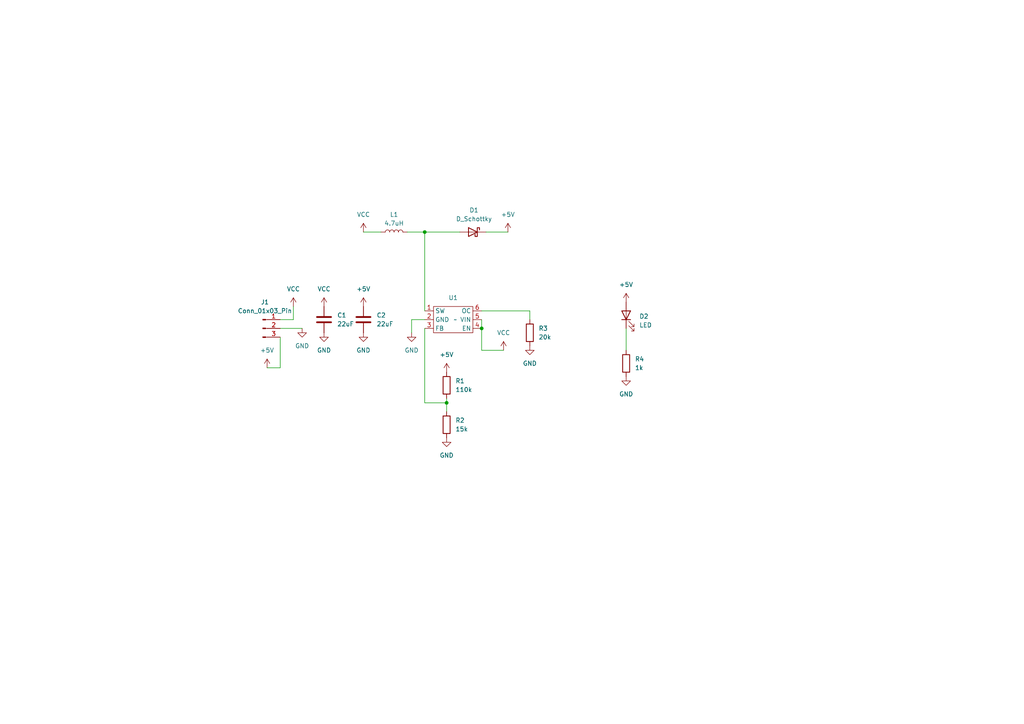
<source format=kicad_sch>
(kicad_sch (version 20230121) (generator eeschema)
  (paper "A4")
  (lib_symbols
    (symbol "Connector:Conn_01x03_Pin" (pin_names (offset 1.016) hide)
      (property "Reference" "J" (at 0 5.08 0))
      (property "Value" "Conn_01x03_Pin" (at 0 -5.08 0))
      (symbol "Conn_01x03_Pin_1_1"
        (polyline (pts (xy 1.27 -2.54) (xy 0.8636 -2.54)) (stroke (width 0.1524)))
        (polyline (pts (xy 1.27 0) (xy 0.8636 0)) (stroke (width 0.1524)))
        (polyline (pts (xy 1.27 2.54) (xy 0.8636 2.54)) (stroke (width 0.1524)))
        (rectangle (start 0.8636 -2.413) (end 0 -2.667) (stroke (width 0.1524)) (fill (type outline)))
        (rectangle (start 0.8636 0.127) (end 0 -0.127) (stroke (width 0.1524)) (fill (type outline)))
        (rectangle (start 0.8636 2.667) (end 0 2.413) (stroke (width 0.1524)) (fill (type outline)))
        (pin passive line (at 5.08 2.54 180) (length 3.81) (name "Pin_1") (number "1"))
        (pin passive line (at 5.08 0 180) (length 3.81) (name "Pin_2") (number "2"))
        (pin passive line (at 5.08 -2.54 180) (length 3.81) (name "Pin_3") (number "3"))
      )
    )
    (symbol "Device:C" (pin_numbers hide) (pin_names (offset 0.254))
      (property "Reference" "C" (at 0.635 2.54 0))
      (property "Value" "C" (at 0.635 -2.54 0))
      (symbol "C_0_1"
        (polyline (pts (xy -2.032 -0.762) (xy 2.032 -0.762)) (stroke (width 0.508)))
        (polyline (pts (xy -2.032 0.762) (xy 2.032 0.762)) (stroke (width 0.508)))
      )
      (symbol "C_1_1"
        (pin passive line (at 0 3.81 270) (length 2.794) (name "~") (number "1"))
        (pin passive line (at 0 -3.81 90) (length 2.794) (name "~") (number "2"))
      )
    )
    (symbol "Device:D_Schottky" (pin_numbers hide) (pin_names (offset 1.016) hide)
      (property "Reference" "D" (at 0 2.54 0))
      (property "Value" "D_Schottky" (at 0 -2.54 0))
      (symbol "D_Schottky_0_1"
        (polyline (pts (xy 1.27 0) (xy -1.27 0)))
        (polyline (pts (xy 1.27 1.27) (xy 1.27 -1.27) (xy -1.27 0) (xy 1.27 1.27)) (stroke (width 0.254)))
        (polyline (pts (xy -1.905 0.635) (xy -1.905 1.27) (xy -1.27 1.27) (xy -1.27 -1.27) (xy -0.635 -1.27) (xy -0.635 -0.635)) (stroke (width 0.254)))
      )
      (symbol "D_Schottky_1_1"
        (pin passive line (at -3.81 0 0) (length 2.54) (name "K") (number "1"))
        (pin passive line (at 3.81 0 180) (length 2.54) (name "A") (number "2"))
      )
    )
    (symbol "Device:L" (pin_numbers hide) (pin_names (offset 1.016) hide)
      (property "Reference" "L" (at -1.27 0 90))
      (property "Value" "L" (at 1.905 0 90))
      (symbol "L_0_1"
        (arc (start 0 -2.54) (mid 0.6323 -1.905) (end 0 -1.27))
        (arc (start 0 -1.27) (mid 0.6323 -0.635) (end 0 0))
        (arc (start 0 0) (mid 0.6323 0.635) (end 0 1.27))
        (arc (start 0 1.27) (mid 0.6323 1.905) (end 0 2.54))
      )
      (symbol "L_1_1"
        (pin passive line (at 0 3.81 270) (length 1.27) (name "1") (number "1"))
        (pin passive line (at 0 -3.81 90) (length 1.27) (name "2") (number "2"))
      )
    )
    (symbol "Device:LED" (pin_numbers hide) (pin_names (offset 1.016) hide)
      (property "Reference" "D" (at 0 2.54 0))
      (property "Value" "LED" (at 0 -2.54 0))
      (symbol "LED_0_1"
        (polyline (pts (xy -1.27 -1.27) (xy -1.27 1.27)) (stroke (width 0.254)))
        (polyline (pts (xy -1.27 0) (xy 1.27 0)))
        (polyline (pts (xy 1.27 -1.27) (xy 1.27 1.27) (xy -1.27 0) (xy 1.27 -1.27)) (stroke (width 0.254)))
        (polyline (pts (xy -3.048 -0.762) (xy -4.572 -2.286) (xy -3.81 -2.286) (xy -4.572 -2.286) (xy -4.572 -1.524)))
        (polyline (pts (xy -1.778 -0.762) (xy -3.302 -2.286) (xy -2.54 -2.286) (xy -3.302 -2.286) (xy -3.302 -1.524)))
      )
      (symbol "LED_1_1"
        (pin passive line (at -3.81 0 0) (length 2.54) (name "K") (number "1"))
        (pin passive line (at 3.81 0 180) (length 2.54) (name "A") (number "2"))
      )
    )
    (symbol "Device:R" (pin_numbers hide) (pin_names (offset 0))
      (property "Reference" "R" (at 2.032 0 90))
      (property "Value" "R" (at 0 0 90))
      (symbol "R_0_1"
        (rectangle (start -1.016 -2.54) (end 1.016 2.54) (stroke (width 0.254)))
      )
      (symbol "R_1_1"
        (pin passive line (at 0 3.81 270) (length 1.27) (name "~") (number "1"))
        (pin passive line (at 0 -3.81 90) (length 1.27) (name "~") (number "2"))
      )
    )
    (symbol "me433:MTC3608L"
      (property "Reference" "U" (at 0 0 0))
      (symbol "MTC3608L_0_1"
        (rectangle (start 5.08 -3.81) (end -6.35 3.81))
      )
      (symbol "MTC3608L_1_1"
        (pin input line (at -8.89 2.54 0) (length 2.54) (name "SW") (number "1"))
        (pin input line (at -8.89 0 0) (length 2.54) (name "GND") (number "2"))
        (pin input line (at -8.89 -2.54 0) (length 2.54) (name "FB") (number "3"))
        (pin input line (at 7.62 -2.54 180) (length 2.54) (name "EN") (number "4"))
        (pin input line (at 7.62 0 180) (length 2.54) (name "VIN") (number "5"))
        (pin input line (at 7.62 2.54 180) (length 2.54) (name "OC") (number "6"))
      )
    )
    (symbol "power:+5V" (power) (pin_names (offset 0))
      (property "Value" "+5V" (at 0 3.556 0))
      (symbol "+5V_0_1"
        (polyline (pts (xy -0.762 1.27) (xy 0 2.54)))
        (polyline (pts (xy 0 0) (xy 0 2.54)))
        (polyline (pts (xy 0 2.54) (xy 0.762 1.27)))
      )
      (symbol "+5V_1_1"
        (pin power_in line (at 0 0 90) (length 0) hide (name "+5V") (number "1"))
      )
    )
    (symbol "power:GND" (power) (pin_names (offset 0))
      (property "Value" "GND" (at 0 -3.81 0))
      (symbol "GND_0_1"
        (polyline (pts (xy 0 0) (xy 0 -1.27) (xy 1.27 -1.27) (xy 0 -2.54) (xy -1.27 -1.27) (xy 0 -1.27)))
      )
      (symbol "GND_1_1"
        (pin power_in line (at 0 0 270) (length 0) hide (name "GND") (number "1"))
      )
    )
    (symbol "power:VCC" (power) (pin_names (offset 0))
      (property "Value" "VCC" (at 0 3.81 0))
      (symbol "VCC_0_1"
        (polyline (pts (xy -0.762 1.27) (xy 0 2.54)))
        (polyline (pts (xy 0 0) (xy 0 2.54)))
        (polyline (pts (xy 0 2.54) (xy 0.762 1.27)))
      )
      (symbol "VCC_1_1"
        (pin power_in line (at 0 0 90) (length 0) hide (name "VCC") (number "1"))
      )
    )
  )
  (junction (at 123.19 67.31))
  (junction (at 139.7 95.25))
  (junction (at 129.54 116.84))
  (wire (pts (xy 123.19 116.84) (xy 129.54 116.84)))
  (wire (pts (xy 129.54 116.84) (xy 129.54 119.38)))
  (wire (pts (xy 81.28 95.25) (xy 87.63 95.25)))
  (wire (pts (xy 123.19 67.31) (xy 118.11 67.31)))
  (wire (pts (xy 119.38 96.52) (xy 119.38 92.71)))
  (wire (pts (xy 153.67 92.71) (xy 153.67 90.17)))
  (wire (pts (xy 129.54 115.57) (xy 129.54 116.84)))
  (wire (pts (xy 139.7 101.6) (xy 139.7 95.25)))
  (wire (pts (xy 146.05 101.6) (xy 139.7 101.6)))
  (wire (pts (xy 181.61 95.25) (xy 181.61 101.6)))
  (wire (pts (xy 85.09 92.71) (xy 81.28 92.71)))
  (wire (pts (xy 119.38 92.71) (xy 123.19 92.71)))
  (wire (pts (xy 123.19 95.25) (xy 123.19 116.84)))
  (wire (pts (xy 81.28 106.68) (xy 81.28 97.79)))
  (wire (pts (xy 85.09 88.9) (xy 85.09 92.71)))
  (wire (pts (xy 123.19 67.31) (xy 133.35 67.31)))
  (wire (pts (xy 110.49 67.31) (xy 105.41 67.31)))
  (wire (pts (xy 123.19 90.17) (xy 123.19 67.31)))
  (wire (pts (xy 77.47 106.68) (xy 81.28 106.68)))
  (wire (pts (xy 140.97 67.31) (xy 147.32 67.31)))
  (wire (pts (xy 139.7 92.71) (xy 139.7 95.25)))
  (wire (pts (xy 153.67 90.17) (xy 139.7 90.17)))
  (symbol (lib_id "power:+5V") (at 105.41 88.9 0) (unit 1)
    (property "Reference" "#PWR07" (effects hide))
    (property "Value" "+5V" (at 105.41 83.82 0))
  )
  (symbol (lib_id "power:VCC") (at 85.09 88.9 0) (unit 1)
    (property "Reference" "#PWR02" (effects hide))
    (property "Value" "VCC" (at 85.09 83.82 0))
  )
  (symbol (lib_id "Connector:Conn_01x03_Pin") (at 76.2 95.25 0) (unit 1)
    (property "Reference" "J1" (at 76.835 87.63 0))
    (property "Value" "Conn_01x03_Pin" (at 76.835 90.17 0))
    (property "Footprint" "Connector_PinHeader_1.00mm:PinHeader_1x03_P1.00mm_Vertical" (effects hide))
  )
  (symbol (lib_id "me433:MTC3608L") (at 132.08 92.71 0) (unit 1)
    (property "Reference" "U1" (at 131.445 86.36 0))
    (property "Value" "~" (at 132.08 92.71 0))
    (property "Footprint" "Package_TO_SOT_SMD:SOT-23-6" (effects hide))
  )
  (symbol (lib_id "power:+5V") (at 77.47 106.68 0) (unit 1)
    (property "Reference" "#PWR01" (effects hide))
    (property "Value" "+5V" (at 77.47 101.6 0))
  )
  (symbol (lib_id "power:GND") (at 153.67 100.33 0) (unit 1)
    (property "Reference" "#PWR014" (effects hide))
    (property "Value" "GND" (at 153.67 105.41 0))
  )
  (symbol (lib_id "Device:C") (at 93.98 92.71 0) (unit 1)
    (property "Reference" "C1" (at 97.79 91.44 0) (effects (justify left)))
    (property "Value" "22uF" (at 97.79 93.98 0) (effects (justify left)))
    (property "Footprint" "Capacitor_SMD:C_0805_2012Metric" (effects hide))
  )
  (symbol (lib_id "Device:R") (at 129.54 111.76 0) (unit 1)
    (property "Reference" "R1" (at 132.08 110.49 0) (effects (justify left)))
    (property "Value" "110k" (at 132.08 113.03 0) (effects (justify left)))
    (property "Footprint" "Resistor_SMD:R_0603_1608Metric" (effects hide))
  )
  (symbol (lib_id "power:VCC") (at 93.98 88.9 0) (unit 1)
    (property "Reference" "#PWR04" (effects hide))
    (property "Value" "VCC" (at 93.98 83.82 0))
  )
  (symbol (lib_id "power:GND") (at 129.54 127 0) (unit 1)
    (property "Reference" "#PWR011" (effects hide))
    (property "Value" "GND" (at 129.54 132.08 0))
  )
  (symbol (lib_id "power:+5V") (at 147.32 67.31 0) (unit 1)
    (property "Reference" "#PWR013" (effects hide))
    (property "Value" "+5V" (at 147.32 62.23 0))
  )
  (symbol (lib_id "Device:R") (at 153.67 96.52 0) (unit 1)
    (property "Reference" "R3" (at 156.21 95.25 0) (effects (justify left)))
    (property "Value" "20k" (at 156.21 97.79 0) (effects (justify left)))
    (property "Footprint" "Resistor_SMD:R_0603_1608Metric" (effects hide))
  )
  (symbol (lib_id "power:VCC") (at 146.05 101.6 0) (unit 1)
    (property "Reference" "#PWR012" (effects hide))
    (property "Value" "VCC" (at 146.05 96.52 0))
  )
  (symbol (lib_id "power:GND") (at 119.38 96.52 0) (unit 1)
    (property "Reference" "#PWR09" (effects hide))
    (property "Value" "GND" (at 119.38 101.6 0))
  )
  (symbol (lib_id "power:GND") (at 181.61 109.22 0) (unit 1)
    (property "Reference" "#PWR016" (effects hide))
    (property "Value" "GND" (at 181.61 114.3 0))
  )
  (symbol (lib_id "Device:R") (at 129.54 123.19 0) (unit 1)
    (property "Reference" "R2" (at 132.08 121.92 0) (effects (justify left)))
    (property "Value" "15k" (at 132.08 124.46 0) (effects (justify left)))
    (property "Footprint" "Resistor_SMD:R_0603_1608Metric" (effects hide))
  )
  (symbol (lib_id "power:VCC") (at 105.41 67.31 0) (unit 1)
    (property "Reference" "#PWR06" (effects hide))
    (property "Value" "VCC" (at 105.41 62.23 0))
  )
  (symbol (lib_id "Device:D_Schottky") (at 137.16 67.31 0) (mirror y) (unit 1)
    (property "Reference" "D1" (at 137.4775 60.96 0))
    (property "Value" "D_Schottky" (at 137.4775 63.5 0))
    (property "Footprint" "Diode_SMD:D_SOD-123" (effects hide))
  )
  (symbol (lib_id "power:+5V") (at 129.54 107.95 0) (unit 1)
    (property "Reference" "#PWR010" (effects hide))
    (property "Value" "+5V" (at 129.54 102.87 0))
  )
  (symbol (lib_id "power:GND") (at 105.41 96.52 0) (unit 1)
    (property "Reference" "#PWR08" (effects hide))
    (property "Value" "GND" (at 105.41 101.6 0))
  )
  (symbol (lib_id "Device:R") (at 181.61 105.41 0) (unit 1)
    (property "Reference" "R4" (at 184.15 104.14 0) (effects (justify left)))
    (property "Value" "1k" (at 184.15 106.68 0) (effects (justify left)))
    (property "Footprint" "Resistor_SMD:R_0603_1608Metric" (effects hide))
  )
  (symbol (lib_id "Device:C") (at 105.41 92.71 0) (unit 1)
    (property "Reference" "C2" (at 109.22 91.44 0) (effects (justify left)))
    (property "Value" "22uF" (at 109.22 93.98 0) (effects (justify left)))
    (property "Footprint" "Capacitor_SMD:C_0805_2012Metric" (effects hide))
  )
  (symbol (lib_id "power:GND") (at 93.98 96.52 0) (unit 1)
    (property "Reference" "#PWR05" (effects hide))
    (property "Value" "GND" (at 93.98 101.6 0))
  )
  (symbol (lib_id "Device:LED") (at 181.61 91.44 90) (unit 1)
    (property "Reference" "D2" (at 185.42 91.7575 90) (effects (justify right)))
    (property "Value" "LED" (at 185.42 94.2975 90) (effects (justify right)))
    (property "Footprint" "LED_SMD:LED_0603_1608Metric" (effects hide))
  )
  (symbol (lib_id "power:GND") (at 87.63 95.25 0) (unit 1)
    (property "Reference" "#PWR03" (effects hide))
    (property "Value" "GND" (at 87.63 100.33 0))
  )
  (symbol (lib_id "Device:L") (at 114.3 67.31 90) (unit 1)
    (property "Reference" "L1" (at 114.3 62.23 90))
    (property "Value" "4.7uH" (at 114.3 64.77 90))
    (property "Footprint" "Inductor_SMD:L_0805_2012Metric" (effects hide))
  )
  (symbol (lib_id "power:+5V") (at 181.61 87.63 0) (unit 1)
    (property "Reference" "#PWR015" (effects hide))
    (property "Value" "+5V" (at 181.61 82.55 0))
  )
)
</source>
